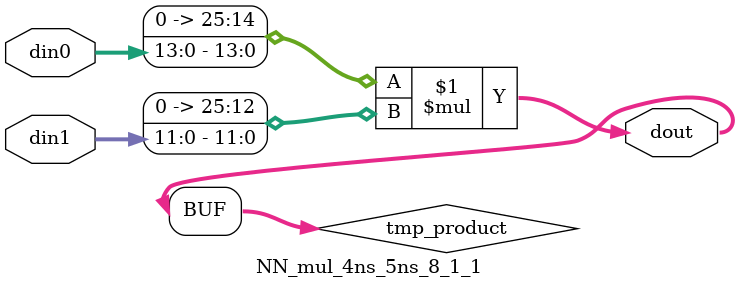
<source format=v>

`timescale 1 ns / 1 ps

 module NN_mul_4ns_5ns_8_1_1(din0, din1, dout);
parameter ID = 1;
parameter NUM_STAGE = 0;
parameter din0_WIDTH = 14;
parameter din1_WIDTH = 12;
parameter dout_WIDTH = 26;

input [din0_WIDTH - 1 : 0] din0; 
input [din1_WIDTH - 1 : 0] din1; 
output [dout_WIDTH - 1 : 0] dout;

wire signed [dout_WIDTH - 1 : 0] tmp_product;
























assign tmp_product = $signed({1'b0, din0}) * $signed({1'b0, din1});











assign dout = tmp_product;





















endmodule

</source>
